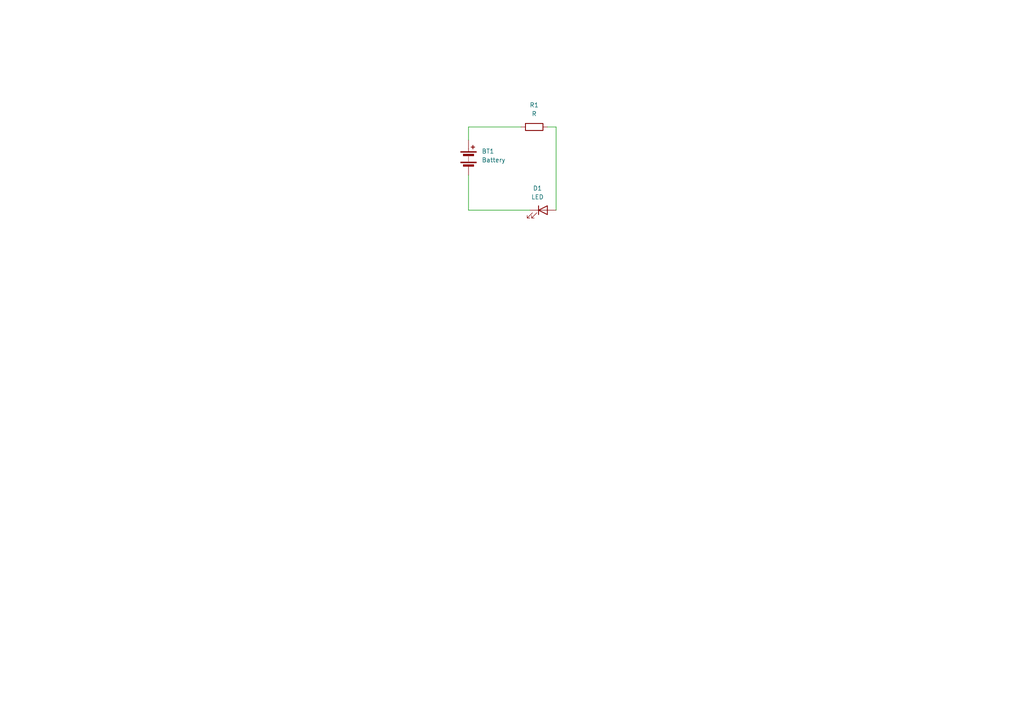
<source format=kicad_sch>
(kicad_sch (version 20231120) (generator "eeschema") (generator_version "8.0")
  (paper "A4")
  (lib_symbols
    (symbol "Device:Battery" (pin_numbers hide) (pin_names (offset 0) hide)
      (property "Reference" "BT" (at 2.54 2.54 0))
      (property "Value" "Battery" (at 2.54 0 0))
      (symbol "Battery_0_1"
        (rectangle (start -2.286 -1.27) (end 2.286 -1.524) (fill (type outline)))
        (rectangle (start -2.286 1.778) (end 2.286 1.524) (fill (type outline)))
        (rectangle (start -1.524 -2.032) (end 1.524 -2.54) (fill (type outline)))
        (rectangle (start -1.524 1.016) (end 1.524 0.508) (fill (type outline)))
        (polyline (pts (xy 0 -1.016) (xy 0 -0.762)))
        (polyline (pts (xy 0 -0.508) (xy 0 -0.254)))
        (polyline (pts (xy 0 0) (xy 0 0.254)))
        (polyline (pts (xy 0 1.778) (xy 0 2.54)))
        (polyline (pts (xy 0.762 3.048) (xy 1.778 3.048)) (stroke (width 0.254)))
        (polyline (pts (xy 1.27 3.556) (xy 1.27 2.54)) (stroke (width 0.254)))
      )
      (symbol "Battery_1_1"
        (pin passive line (at 0 5.08 270) (length 2.54) (name "+") (number "1"))
        (pin passive line (at 0 -5.08 90) (length 2.54) (name "-") (number "2"))
      )
    )
    (symbol "Device:LED" (pin_numbers hide) (pin_names (offset 1.016) hide)
      (property "Reference" "D" (at 0 2.54 0))
      (property "Value" "LED" (at 0 -2.54 0))
      (symbol "LED_0_1"
        (polyline (pts (xy -1.27 -1.27) (xy -1.27 1.27)) (stroke (width 0.254)))
        (polyline (pts (xy -1.27 0) (xy 1.27 0)))
        (polyline (pts (xy 1.27 -1.27) (xy 1.27 1.27) (xy -1.27 0) (xy 1.27 -1.27)) (stroke (width 0.254)))
        (polyline (pts (xy -3.048 -0.762) (xy -4.572 -2.286) (xy -3.81 -2.286) (xy -4.572 -2.286) (xy -4.572 -1.524)))
        (polyline (pts (xy -1.778 -0.762) (xy -3.302 -2.286) (xy -2.54 -2.286) (xy -3.302 -2.286) (xy -3.302 -1.524)))
      )
      (symbol "LED_1_1"
        (pin passive line (at -3.81 0 0) (length 2.54) (name "K") (number "1"))
        (pin passive line (at 3.81 0 180) (length 2.54) (name "A") (number "2"))
      )
    )
    (symbol "Device:R" (pin_numbers hide) (pin_names (offset 0))
      (property "Reference" "R" (at 2.032 0 90))
      (property "Value" "R" (at 0 0 90))
      (symbol "R_0_1"
        (rectangle (start -1.016 -2.54) (end 1.016 2.54) (stroke (width 0.254)))
      )
      (symbol "R_1_1"
        (pin passive line (at 0 3.81 270) (length 1.27) (name "~") (number "1"))
        (pin passive line (at 0 -3.81 90) (length 1.27) (name "~") (number "2"))
      )
    )
  )
  (wire (pts (xy 135.89 60.96) (xy 135.89 50.8)))
  (wire (pts (xy 135.89 36.83) (xy 151.13 36.83)))
  (wire (pts (xy 161.29 36.83) (xy 161.29 60.96)))
  (wire (pts (xy 158.75 36.83) (xy 161.29 36.83)))
  (wire (pts (xy 153.67 60.96) (xy 135.89 60.96)))
  (wire (pts (xy 135.89 40.64) (xy 135.89 36.83)))
  (symbol (lib_id "Device:R") (at 154.94 36.83 90) (unit 1)
    (property "Reference" "R1" (at 154.94 30.48 90))
    (property "Value" "R" (at 154.94 33.02 90))
    (property "Footprint" "Resistor_SMD:R_0805_2012Metric_Pad1.20x1.40mm_HandSolder" (effects (hide yes)))
    (property "Description" "Resistor" (effects (hide yes)))
  )
  (symbol (lib_id "Device:LED") (at 157.48 60.96 0) (unit 1)
    (property "Reference" "D1" (at 155.8925 54.61 0))
    (property "Value" "LED" (at 155.8925 57.15 0))
    (property "Footprint" "Diode_SMD:D_0805_2012Metric_Pad1.15x1.40mm_HandSolder" (effects (hide yes)))
    (property "Description" "Light emitting diode" (effects (hide yes)))
  )
  (symbol (lib_id "Device:Battery") (at 135.89 45.72 0) (unit 1)
    (property "Reference" "BT1" (at 139.7 43.8784 0) (effects (justify left)))
    (property "Value" "Battery" (at 139.7 46.4184 0) (effects (justify left)))
    (property "Footprint" "FS_3_Global_Footprint_Library:MS621FE-FL11E_SEC" (effects (hide yes)))
    (property "Description" "Multiple-cell battery" (effects (hide yes)))
  )
)
</source>
